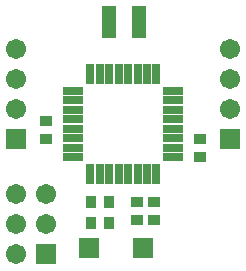
<source format=gts>
G04*
G04 #@! TF.GenerationSoftware,Altium Limited,Altium Designer,21.0.8 (223)*
G04*
G04 Layer_Color=8388736*
%FSLAX25Y25*%
%MOIN*%
G70*
G04*
G04 #@! TF.SameCoordinates,D91FEFE4-16E7-4BF4-AD38-342E90C75360*
G04*
G04*
G04 #@! TF.FilePolarity,Negative*
G04*
G01*
G75*
%ADD24R,0.04737X0.10642*%
%ADD25R,0.06509X0.02965*%
%ADD26R,0.02965X0.06509*%
%ADD27R,0.04343X0.03556*%
%ADD28R,0.03556X0.04343*%
%ADD29R,0.06706X0.06706*%
%ADD30C,0.06706*%
%ADD31R,0.06706X0.06706*%
%ADD32C,0.03950*%
D24*
X48500Y-6000D02*
D03*
X38500D02*
D03*
D25*
X26673Y-51024D02*
D03*
Y-47874D02*
D03*
Y-44724D02*
D03*
Y-41575D02*
D03*
Y-38425D02*
D03*
Y-35276D02*
D03*
Y-32126D02*
D03*
Y-28976D02*
D03*
X59941D02*
D03*
Y-32126D02*
D03*
Y-35276D02*
D03*
Y-38425D02*
D03*
Y-41575D02*
D03*
Y-44724D02*
D03*
Y-47874D02*
D03*
Y-51024D02*
D03*
D26*
X32283Y-23366D02*
D03*
X35433D02*
D03*
X38583D02*
D03*
X41732D02*
D03*
X44882D02*
D03*
X48031D02*
D03*
X51181D02*
D03*
X54331D02*
D03*
Y-56634D02*
D03*
X51181D02*
D03*
X48031D02*
D03*
X44882D02*
D03*
X41732D02*
D03*
X38583D02*
D03*
X35433D02*
D03*
X32283D02*
D03*
D27*
X48000Y-72110D02*
D03*
Y-65890D02*
D03*
X53500D02*
D03*
Y-72110D02*
D03*
X69000Y-44890D02*
D03*
Y-51110D02*
D03*
X17500Y-38890D02*
D03*
Y-45110D02*
D03*
D28*
X32390Y-66000D02*
D03*
X38610D02*
D03*
X38610Y-73000D02*
D03*
X32390D02*
D03*
D29*
X50000Y-81500D02*
D03*
X32000D02*
D03*
D30*
X7500Y-63500D02*
D03*
X17500D02*
D03*
X7500Y-73500D02*
D03*
X17500D02*
D03*
X7500Y-83500D02*
D03*
Y-35000D02*
D03*
Y-25000D02*
D03*
Y-15000D02*
D03*
X79000Y-35000D02*
D03*
Y-25000D02*
D03*
Y-15000D02*
D03*
D31*
X17500Y-83500D02*
D03*
X7500Y-45000D02*
D03*
X79000D02*
D03*
D32*
X38500Y-7000D02*
D03*
X48500D02*
D03*
M02*

</source>
